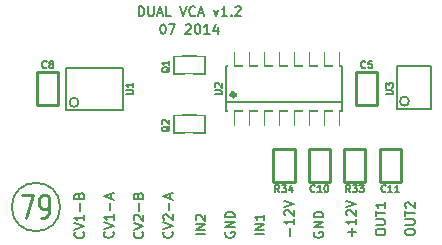
<source format=gto>
G04 (created by PCBNEW (2013-07-07 BZR 4022)-stable) date 2014-07-07 10:16:25 AM*
%MOIN*%
G04 Gerber Fmt 3.4, Leading zero omitted, Abs format*
%FSLAX34Y34*%
G01*
G70*
G90*
G04 APERTURE LIST*
%ADD10C,0.00590551*%
%ADD11C,0.00787402*%
%ADD12C,0.00984252*%
%ADD13C,0.006*%
%ADD14C,0.005*%
%ADD15C,0.015*%
%ADD16C,0.0026*%
%ADD17C,0.008*%
%ADD18C,0.01*%
%ADD19R,0.0118X0.0512*%
%ADD20R,0.0276X0.0394*%
%ADD21R,0.0236X0.0866*%
%ADD22R,0.045X0.032*%
G04 APERTURE END LIST*
G54D10*
G54D11*
X23248Y-47244D02*
G75*
G03X23248Y-47244I-807J0D01*
G74*
G01*
G54D12*
X21962Y-46834D02*
X22356Y-46834D01*
X22103Y-47621D01*
X22609Y-47621D02*
X22722Y-47621D01*
X22778Y-47584D01*
X22806Y-47546D01*
X22862Y-47434D01*
X22890Y-47284D01*
X22890Y-46984D01*
X22862Y-46909D01*
X22834Y-46871D01*
X22778Y-46834D01*
X22665Y-46834D01*
X22609Y-46871D01*
X22581Y-46909D01*
X22553Y-46984D01*
X22553Y-47171D01*
X22581Y-47246D01*
X22609Y-47284D01*
X22665Y-47321D01*
X22778Y-47321D01*
X22834Y-47284D01*
X22862Y-47246D01*
X22890Y-47171D01*
G54D13*
X31714Y-48078D02*
X31699Y-48108D01*
X31699Y-48154D01*
X31714Y-48200D01*
X31745Y-48230D01*
X31775Y-48246D01*
X31836Y-48261D01*
X31882Y-48261D01*
X31943Y-48246D01*
X31973Y-48230D01*
X32004Y-48200D01*
X32019Y-48154D01*
X32019Y-48124D01*
X32004Y-48078D01*
X31988Y-48063D01*
X31882Y-48063D01*
X31882Y-48124D01*
X32019Y-47926D02*
X31699Y-47926D01*
X32019Y-47743D01*
X31699Y-47743D01*
X32019Y-47590D02*
X31699Y-47590D01*
X31699Y-47514D01*
X31714Y-47468D01*
X31745Y-47438D01*
X31775Y-47423D01*
X31836Y-47407D01*
X31882Y-47407D01*
X31943Y-47423D01*
X31973Y-47438D01*
X32004Y-47468D01*
X32019Y-47514D01*
X32019Y-47590D01*
X28761Y-48078D02*
X28746Y-48108D01*
X28746Y-48154D01*
X28761Y-48200D01*
X28792Y-48230D01*
X28822Y-48246D01*
X28883Y-48261D01*
X28929Y-48261D01*
X28990Y-48246D01*
X29020Y-48230D01*
X29051Y-48200D01*
X29066Y-48154D01*
X29066Y-48124D01*
X29051Y-48078D01*
X29036Y-48063D01*
X28929Y-48063D01*
X28929Y-48124D01*
X29066Y-47926D02*
X28746Y-47926D01*
X29066Y-47743D01*
X28746Y-47743D01*
X29066Y-47590D02*
X28746Y-47590D01*
X28746Y-47514D01*
X28761Y-47468D01*
X28792Y-47438D01*
X28822Y-47423D01*
X28883Y-47407D01*
X28929Y-47407D01*
X28990Y-47423D01*
X29020Y-47438D01*
X29051Y-47468D01*
X29066Y-47514D01*
X29066Y-47590D01*
X30913Y-48201D02*
X30913Y-47957D01*
X31035Y-47637D02*
X31035Y-47820D01*
X31035Y-47729D02*
X30715Y-47729D01*
X30760Y-47759D01*
X30791Y-47790D01*
X30806Y-47820D01*
X30745Y-47515D02*
X30730Y-47500D01*
X30715Y-47470D01*
X30715Y-47393D01*
X30730Y-47363D01*
X30745Y-47348D01*
X30775Y-47333D01*
X30806Y-47333D01*
X30852Y-47348D01*
X31035Y-47531D01*
X31035Y-47333D01*
X30715Y-47241D02*
X31035Y-47134D01*
X30715Y-47028D01*
X32980Y-48201D02*
X32980Y-47957D01*
X33101Y-48079D02*
X32858Y-48079D01*
X33101Y-47637D02*
X33101Y-47820D01*
X33101Y-47729D02*
X32781Y-47729D01*
X32827Y-47759D01*
X32858Y-47790D01*
X32873Y-47820D01*
X32812Y-47515D02*
X32797Y-47500D01*
X32781Y-47470D01*
X32781Y-47393D01*
X32797Y-47363D01*
X32812Y-47348D01*
X32842Y-47333D01*
X32873Y-47333D01*
X32919Y-47348D01*
X33101Y-47531D01*
X33101Y-47333D01*
X32781Y-47241D02*
X33101Y-47134D01*
X32781Y-47028D01*
X33766Y-48110D02*
X33766Y-48049D01*
X33781Y-48018D01*
X33811Y-47988D01*
X33872Y-47973D01*
X33979Y-47973D01*
X34040Y-47988D01*
X34070Y-48018D01*
X34086Y-48049D01*
X34086Y-48110D01*
X34070Y-48140D01*
X34040Y-48171D01*
X33979Y-48186D01*
X33872Y-48186D01*
X33811Y-48171D01*
X33781Y-48140D01*
X33766Y-48110D01*
X33766Y-47835D02*
X34025Y-47835D01*
X34055Y-47820D01*
X34070Y-47805D01*
X34086Y-47774D01*
X34086Y-47713D01*
X34070Y-47683D01*
X34055Y-47668D01*
X34025Y-47653D01*
X33766Y-47653D01*
X33766Y-47546D02*
X33766Y-47363D01*
X34086Y-47454D02*
X33766Y-47454D01*
X34086Y-47089D02*
X34086Y-47272D01*
X34086Y-47180D02*
X33766Y-47180D01*
X33811Y-47211D01*
X33842Y-47241D01*
X33857Y-47272D01*
X34750Y-48110D02*
X34750Y-48049D01*
X34765Y-48018D01*
X34796Y-47988D01*
X34857Y-47973D01*
X34963Y-47973D01*
X35024Y-47988D01*
X35055Y-48018D01*
X35070Y-48049D01*
X35070Y-48110D01*
X35055Y-48140D01*
X35024Y-48171D01*
X34963Y-48186D01*
X34857Y-48186D01*
X34796Y-48171D01*
X34765Y-48140D01*
X34750Y-48110D01*
X34750Y-47835D02*
X35009Y-47835D01*
X35039Y-47820D01*
X35055Y-47805D01*
X35070Y-47774D01*
X35070Y-47713D01*
X35055Y-47683D01*
X35039Y-47668D01*
X35009Y-47653D01*
X34750Y-47653D01*
X34750Y-47546D02*
X34750Y-47363D01*
X35070Y-47454D02*
X34750Y-47454D01*
X34780Y-47272D02*
X34765Y-47256D01*
X34750Y-47226D01*
X34750Y-47150D01*
X34765Y-47119D01*
X34780Y-47104D01*
X34811Y-47089D01*
X34841Y-47089D01*
X34887Y-47104D01*
X35070Y-47287D01*
X35070Y-47089D01*
X30050Y-48154D02*
X29730Y-48154D01*
X30050Y-48002D02*
X29730Y-48002D01*
X30050Y-47819D01*
X29730Y-47819D01*
X30050Y-47499D02*
X30050Y-47682D01*
X30050Y-47590D02*
X29730Y-47590D01*
X29776Y-47621D01*
X29806Y-47651D01*
X29822Y-47682D01*
X28082Y-48154D02*
X27762Y-48154D01*
X28082Y-48002D02*
X27762Y-48002D01*
X28082Y-47819D01*
X27762Y-47819D01*
X27792Y-47682D02*
X27777Y-47667D01*
X27762Y-47636D01*
X27762Y-47560D01*
X27777Y-47529D01*
X27792Y-47514D01*
X27823Y-47499D01*
X27853Y-47499D01*
X27899Y-47514D01*
X28082Y-47697D01*
X28082Y-47499D01*
X26969Y-48065D02*
X26984Y-48080D01*
X26999Y-48126D01*
X26999Y-48156D01*
X26984Y-48202D01*
X26953Y-48232D01*
X26923Y-48247D01*
X26862Y-48263D01*
X26816Y-48263D01*
X26755Y-48247D01*
X26725Y-48232D01*
X26694Y-48202D01*
X26679Y-48156D01*
X26679Y-48126D01*
X26694Y-48080D01*
X26710Y-48065D01*
X26679Y-47973D02*
X26999Y-47866D01*
X26679Y-47760D01*
X26710Y-47668D02*
X26694Y-47653D01*
X26679Y-47623D01*
X26679Y-47546D01*
X26694Y-47516D01*
X26710Y-47501D01*
X26740Y-47486D01*
X26771Y-47486D01*
X26816Y-47501D01*
X26999Y-47684D01*
X26999Y-47486D01*
X26877Y-47348D02*
X26877Y-47105D01*
X26908Y-46967D02*
X26908Y-46815D01*
X26999Y-46998D02*
X26679Y-46891D01*
X26999Y-46785D01*
X25984Y-48087D02*
X26000Y-48103D01*
X26015Y-48148D01*
X26015Y-48179D01*
X26000Y-48225D01*
X25969Y-48255D01*
X25939Y-48270D01*
X25878Y-48286D01*
X25832Y-48286D01*
X25771Y-48270D01*
X25741Y-48255D01*
X25710Y-48225D01*
X25695Y-48179D01*
X25695Y-48148D01*
X25710Y-48103D01*
X25725Y-48087D01*
X25695Y-47996D02*
X26015Y-47889D01*
X25695Y-47783D01*
X25725Y-47691D02*
X25710Y-47676D01*
X25695Y-47646D01*
X25695Y-47569D01*
X25710Y-47539D01*
X25725Y-47524D01*
X25756Y-47508D01*
X25786Y-47508D01*
X25832Y-47524D01*
X26015Y-47706D01*
X26015Y-47508D01*
X25893Y-47371D02*
X25893Y-47127D01*
X25847Y-46868D02*
X25862Y-46823D01*
X25878Y-46807D01*
X25908Y-46792D01*
X25954Y-46792D01*
X25984Y-46807D01*
X26000Y-46823D01*
X26015Y-46853D01*
X26015Y-46975D01*
X25695Y-46975D01*
X25695Y-46868D01*
X25710Y-46838D01*
X25725Y-46823D01*
X25756Y-46807D01*
X25786Y-46807D01*
X25817Y-46823D01*
X25832Y-46838D01*
X25847Y-46868D01*
X25847Y-46975D01*
X25000Y-48065D02*
X25015Y-48080D01*
X25031Y-48126D01*
X25031Y-48156D01*
X25015Y-48202D01*
X24985Y-48232D01*
X24954Y-48247D01*
X24893Y-48263D01*
X24848Y-48263D01*
X24787Y-48247D01*
X24756Y-48232D01*
X24726Y-48202D01*
X24711Y-48156D01*
X24711Y-48126D01*
X24726Y-48080D01*
X24741Y-48065D01*
X24711Y-47973D02*
X25031Y-47866D01*
X24711Y-47760D01*
X25031Y-47486D02*
X25031Y-47668D01*
X25031Y-47577D02*
X24711Y-47577D01*
X24756Y-47607D01*
X24787Y-47638D01*
X24802Y-47668D01*
X24909Y-47348D02*
X24909Y-47105D01*
X24939Y-46967D02*
X24939Y-46815D01*
X25031Y-46998D02*
X24711Y-46891D01*
X25031Y-46785D01*
X24016Y-48087D02*
X24031Y-48103D01*
X24046Y-48148D01*
X24046Y-48179D01*
X24031Y-48225D01*
X24001Y-48255D01*
X23970Y-48270D01*
X23909Y-48286D01*
X23863Y-48286D01*
X23803Y-48270D01*
X23772Y-48255D01*
X23742Y-48225D01*
X23726Y-48179D01*
X23726Y-48148D01*
X23742Y-48103D01*
X23757Y-48087D01*
X23726Y-47996D02*
X24046Y-47889D01*
X23726Y-47783D01*
X24046Y-47508D02*
X24046Y-47691D01*
X24046Y-47600D02*
X23726Y-47600D01*
X23772Y-47630D01*
X23803Y-47661D01*
X23818Y-47691D01*
X23924Y-47371D02*
X23924Y-47127D01*
X23879Y-46868D02*
X23894Y-46823D01*
X23909Y-46807D01*
X23940Y-46792D01*
X23985Y-46792D01*
X24016Y-46807D01*
X24031Y-46823D01*
X24046Y-46853D01*
X24046Y-46975D01*
X23726Y-46975D01*
X23726Y-46868D01*
X23742Y-46838D01*
X23757Y-46823D01*
X23787Y-46807D01*
X23818Y-46807D01*
X23848Y-46823D01*
X23863Y-46838D01*
X23879Y-46868D01*
X23879Y-46975D01*
X26660Y-41148D02*
X26690Y-41148D01*
X26720Y-41163D01*
X26736Y-41178D01*
X26751Y-41209D01*
X26766Y-41270D01*
X26766Y-41346D01*
X26751Y-41407D01*
X26736Y-41437D01*
X26720Y-41452D01*
X26690Y-41468D01*
X26660Y-41468D01*
X26629Y-41452D01*
X26614Y-41437D01*
X26599Y-41407D01*
X26583Y-41346D01*
X26583Y-41270D01*
X26599Y-41209D01*
X26614Y-41178D01*
X26629Y-41163D01*
X26660Y-41148D01*
X26873Y-41148D02*
X27086Y-41148D01*
X26949Y-41468D01*
X27437Y-41178D02*
X27452Y-41163D01*
X27482Y-41148D01*
X27559Y-41148D01*
X27589Y-41163D01*
X27604Y-41178D01*
X27620Y-41209D01*
X27620Y-41239D01*
X27604Y-41285D01*
X27421Y-41468D01*
X27620Y-41468D01*
X27818Y-41148D02*
X27848Y-41148D01*
X27879Y-41163D01*
X27894Y-41178D01*
X27909Y-41209D01*
X27924Y-41270D01*
X27924Y-41346D01*
X27909Y-41407D01*
X27894Y-41437D01*
X27879Y-41452D01*
X27848Y-41468D01*
X27818Y-41468D01*
X27787Y-41452D01*
X27772Y-41437D01*
X27757Y-41407D01*
X27741Y-41346D01*
X27741Y-41270D01*
X27757Y-41209D01*
X27772Y-41178D01*
X27787Y-41163D01*
X27818Y-41148D01*
X28229Y-41468D02*
X28046Y-41468D01*
X28138Y-41468D02*
X28138Y-41148D01*
X28107Y-41193D01*
X28077Y-41224D01*
X28046Y-41239D01*
X28503Y-41254D02*
X28503Y-41468D01*
X28427Y-41132D02*
X28351Y-41361D01*
X28549Y-41361D01*
X25860Y-40877D02*
X25860Y-40557D01*
X25936Y-40557D01*
X25981Y-40572D01*
X26012Y-40603D01*
X26027Y-40633D01*
X26042Y-40694D01*
X26042Y-40740D01*
X26027Y-40801D01*
X26012Y-40831D01*
X25981Y-40862D01*
X25936Y-40877D01*
X25860Y-40877D01*
X26180Y-40557D02*
X26180Y-40816D01*
X26195Y-40847D01*
X26210Y-40862D01*
X26240Y-40877D01*
X26301Y-40877D01*
X26332Y-40862D01*
X26347Y-40847D01*
X26362Y-40816D01*
X26362Y-40557D01*
X26500Y-40786D02*
X26652Y-40786D01*
X26469Y-40877D02*
X26576Y-40557D01*
X26682Y-40877D01*
X26941Y-40877D02*
X26789Y-40877D01*
X26789Y-40557D01*
X27246Y-40557D02*
X27353Y-40877D01*
X27460Y-40557D01*
X27749Y-40847D02*
X27734Y-40862D01*
X27688Y-40877D01*
X27658Y-40877D01*
X27612Y-40862D01*
X27581Y-40831D01*
X27566Y-40801D01*
X27551Y-40740D01*
X27551Y-40694D01*
X27566Y-40633D01*
X27581Y-40603D01*
X27612Y-40572D01*
X27658Y-40557D01*
X27688Y-40557D01*
X27734Y-40572D01*
X27749Y-40588D01*
X27871Y-40786D02*
X28023Y-40786D01*
X27840Y-40877D02*
X27947Y-40557D01*
X28054Y-40877D01*
X28374Y-40664D02*
X28450Y-40877D01*
X28526Y-40664D01*
X28816Y-40877D02*
X28633Y-40877D01*
X28724Y-40877D02*
X28724Y-40557D01*
X28694Y-40603D01*
X28663Y-40633D01*
X28633Y-40648D01*
X28953Y-40847D02*
X28968Y-40862D01*
X28953Y-40877D01*
X28938Y-40862D01*
X28953Y-40847D01*
X28953Y-40877D01*
X29090Y-40588D02*
X29105Y-40572D01*
X29136Y-40557D01*
X29212Y-40557D01*
X29242Y-40572D01*
X29258Y-40588D01*
X29273Y-40618D01*
X29273Y-40648D01*
X29258Y-40694D01*
X29075Y-40877D01*
X29273Y-40877D01*
G54D11*
X34476Y-42559D02*
X35602Y-42559D01*
X35602Y-42559D02*
X35602Y-43976D01*
X35602Y-43976D02*
X34476Y-43976D01*
X34473Y-43967D02*
X34473Y-42567D01*
X34873Y-43717D02*
G75*
G03X34873Y-43717I-150J0D01*
G74*
G01*
G54D14*
X27059Y-44188D02*
X28084Y-44188D01*
X28084Y-44188D02*
X28084Y-44788D01*
X28084Y-44788D02*
X27059Y-44788D01*
X27059Y-44788D02*
X27059Y-44188D01*
X27059Y-42219D02*
X28084Y-42219D01*
X28084Y-42219D02*
X28084Y-42819D01*
X28084Y-42819D02*
X27059Y-42819D01*
X27059Y-42819D02*
X27059Y-42219D01*
G54D15*
X29071Y-43503D02*
G75*
G03X29071Y-43503I-55J0D01*
G74*
G01*
G54D16*
X28862Y-44527D02*
X29055Y-44527D01*
X29055Y-44527D02*
X29055Y-44094D01*
X28862Y-44094D02*
X29055Y-44094D01*
X28862Y-44527D02*
X28862Y-44094D01*
X29362Y-44527D02*
X29555Y-44527D01*
X29555Y-44527D02*
X29555Y-44094D01*
X29362Y-44094D02*
X29555Y-44094D01*
X29362Y-44527D02*
X29362Y-44094D01*
X29862Y-44527D02*
X30055Y-44527D01*
X30055Y-44527D02*
X30055Y-44094D01*
X29862Y-44094D02*
X30055Y-44094D01*
X29862Y-44527D02*
X29862Y-44094D01*
X30362Y-44527D02*
X30555Y-44527D01*
X30555Y-44527D02*
X30555Y-44094D01*
X30362Y-44094D02*
X30555Y-44094D01*
X30362Y-44527D02*
X30362Y-44094D01*
X31361Y-42520D02*
X31554Y-42520D01*
X31554Y-42520D02*
X31554Y-42087D01*
X31361Y-42087D02*
X31554Y-42087D01*
X31361Y-42520D02*
X31361Y-42087D01*
X30861Y-42520D02*
X31054Y-42520D01*
X31054Y-42520D02*
X31054Y-42087D01*
X30861Y-42087D02*
X31054Y-42087D01*
X30861Y-42520D02*
X30861Y-42087D01*
X30362Y-42520D02*
X30555Y-42520D01*
X30555Y-42520D02*
X30555Y-42087D01*
X30362Y-42087D02*
X30555Y-42087D01*
X30362Y-42520D02*
X30362Y-42087D01*
X29862Y-42520D02*
X30055Y-42520D01*
X30055Y-42520D02*
X30055Y-42087D01*
X29862Y-42087D02*
X30055Y-42087D01*
X29862Y-42520D02*
X29862Y-42087D01*
X30861Y-44527D02*
X31054Y-44527D01*
X31054Y-44527D02*
X31054Y-44094D01*
X30861Y-44094D02*
X31054Y-44094D01*
X30861Y-44527D02*
X30861Y-44094D01*
X31361Y-44527D02*
X31554Y-44527D01*
X31554Y-44527D02*
X31554Y-44094D01*
X31361Y-44094D02*
X31554Y-44094D01*
X31361Y-44527D02*
X31361Y-44094D01*
X31861Y-44527D02*
X32054Y-44527D01*
X32054Y-44527D02*
X32054Y-44094D01*
X31861Y-44094D02*
X32054Y-44094D01*
X31861Y-44527D02*
X31861Y-44094D01*
X32361Y-44527D02*
X32554Y-44527D01*
X32554Y-44527D02*
X32554Y-44094D01*
X32361Y-44094D02*
X32554Y-44094D01*
X32361Y-44527D02*
X32361Y-44094D01*
X32361Y-42520D02*
X32554Y-42520D01*
X32554Y-42520D02*
X32554Y-42087D01*
X32361Y-42087D02*
X32554Y-42087D01*
X32361Y-42520D02*
X32361Y-42087D01*
X31861Y-42520D02*
X32054Y-42520D01*
X32054Y-42520D02*
X32054Y-42087D01*
X31861Y-42087D02*
X32054Y-42087D01*
X31861Y-42520D02*
X31861Y-42087D01*
X29362Y-42520D02*
X29555Y-42520D01*
X29555Y-42520D02*
X29555Y-42087D01*
X29362Y-42087D02*
X29555Y-42087D01*
X29362Y-42520D02*
X29362Y-42087D01*
X28862Y-42520D02*
X29055Y-42520D01*
X29055Y-42520D02*
X29055Y-42087D01*
X28862Y-42087D02*
X29055Y-42087D01*
X28862Y-42520D02*
X28862Y-42087D01*
G54D17*
X32652Y-44055D02*
X28764Y-44055D01*
X28764Y-44055D02*
X28764Y-43858D01*
X28764Y-43858D02*
X28764Y-42559D01*
X28764Y-42559D02*
X32652Y-42559D01*
X32652Y-43759D02*
X28764Y-43759D01*
X32652Y-42559D02*
X32652Y-43858D01*
X32652Y-43858D02*
X32652Y-44055D01*
G54D18*
X33110Y-42755D02*
X33110Y-43858D01*
X33110Y-43858D02*
X33818Y-43858D01*
X33818Y-43858D02*
X33818Y-42755D01*
X33818Y-42755D02*
X33110Y-42755D01*
X32244Y-46417D02*
X32244Y-45314D01*
X32244Y-45314D02*
X31535Y-45314D01*
X31535Y-45314D02*
X31535Y-46417D01*
X31535Y-46417D02*
X32244Y-46417D01*
X33897Y-45314D02*
X33897Y-46417D01*
X33897Y-46417D02*
X34606Y-46417D01*
X34606Y-46417D02*
X34606Y-45314D01*
X34606Y-45314D02*
X33897Y-45314D01*
X32716Y-45314D02*
X32716Y-46417D01*
X32716Y-46417D02*
X33425Y-46417D01*
X33425Y-46417D02*
X33425Y-45314D01*
X33425Y-45314D02*
X32716Y-45314D01*
X30354Y-45314D02*
X30354Y-46417D01*
X30354Y-46417D02*
X31062Y-46417D01*
X31062Y-46417D02*
X31062Y-45314D01*
X31062Y-45314D02*
X30354Y-45314D01*
X23188Y-43858D02*
X23188Y-42755D01*
X23188Y-42755D02*
X22480Y-42755D01*
X22480Y-42755D02*
X22480Y-43858D01*
X22480Y-43858D02*
X23188Y-43858D01*
G54D17*
X23459Y-42607D02*
X25359Y-42607D01*
X25359Y-42607D02*
X25359Y-44007D01*
X25359Y-44007D02*
X23459Y-44007D01*
X23459Y-44007D02*
X23459Y-42607D01*
X23859Y-43757D02*
G75*
G03X23859Y-43757I-149J0D01*
G74*
G01*
G54D13*
X34109Y-43489D02*
X34303Y-43489D01*
X34326Y-43478D01*
X34337Y-43467D01*
X34349Y-43444D01*
X34349Y-43398D01*
X34337Y-43375D01*
X34326Y-43364D01*
X34303Y-43352D01*
X34109Y-43352D01*
X34109Y-43261D02*
X34109Y-43112D01*
X34200Y-43192D01*
X34200Y-43158D01*
X34211Y-43135D01*
X34223Y-43124D01*
X34246Y-43112D01*
X34303Y-43112D01*
X34326Y-43124D01*
X34337Y-43135D01*
X34349Y-43158D01*
X34349Y-43227D01*
X34337Y-43249D01*
X34326Y-43261D01*
X26892Y-44550D02*
X26880Y-44572D01*
X26857Y-44595D01*
X26823Y-44630D01*
X26812Y-44652D01*
X26812Y-44675D01*
X26869Y-44664D02*
X26857Y-44687D01*
X26834Y-44710D01*
X26789Y-44721D01*
X26709Y-44721D01*
X26663Y-44710D01*
X26640Y-44687D01*
X26629Y-44664D01*
X26629Y-44618D01*
X26640Y-44595D01*
X26663Y-44572D01*
X26709Y-44561D01*
X26789Y-44561D01*
X26834Y-44572D01*
X26857Y-44595D01*
X26869Y-44618D01*
X26869Y-44664D01*
X26652Y-44470D02*
X26640Y-44458D01*
X26629Y-44435D01*
X26629Y-44378D01*
X26640Y-44355D01*
X26652Y-44344D01*
X26674Y-44332D01*
X26697Y-44332D01*
X26732Y-44344D01*
X26869Y-44481D01*
X26869Y-44332D01*
X26892Y-42581D02*
X26880Y-42604D01*
X26857Y-42627D01*
X26823Y-42661D01*
X26812Y-42684D01*
X26812Y-42707D01*
X26869Y-42695D02*
X26857Y-42718D01*
X26834Y-42741D01*
X26789Y-42752D01*
X26709Y-42752D01*
X26663Y-42741D01*
X26640Y-42718D01*
X26629Y-42695D01*
X26629Y-42650D01*
X26640Y-42627D01*
X26663Y-42604D01*
X26709Y-42592D01*
X26789Y-42592D01*
X26834Y-42604D01*
X26857Y-42627D01*
X26869Y-42650D01*
X26869Y-42695D01*
X26869Y-42364D02*
X26869Y-42501D01*
X26869Y-42432D02*
X26629Y-42432D01*
X26663Y-42455D01*
X26686Y-42478D01*
X26697Y-42501D01*
X28400Y-43489D02*
X28594Y-43489D01*
X28617Y-43478D01*
X28629Y-43467D01*
X28640Y-43444D01*
X28640Y-43398D01*
X28629Y-43375D01*
X28617Y-43364D01*
X28594Y-43352D01*
X28400Y-43352D01*
X28423Y-43249D02*
X28411Y-43238D01*
X28400Y-43215D01*
X28400Y-43158D01*
X28411Y-43135D01*
X28423Y-43124D01*
X28446Y-43112D01*
X28469Y-43112D01*
X28503Y-43124D01*
X28640Y-43261D01*
X28640Y-43112D01*
X33424Y-42593D02*
X33413Y-42605D01*
X33378Y-42616D01*
X33355Y-42616D01*
X33321Y-42605D01*
X33298Y-42582D01*
X33287Y-42559D01*
X33275Y-42513D01*
X33275Y-42479D01*
X33287Y-42433D01*
X33298Y-42411D01*
X33321Y-42388D01*
X33355Y-42376D01*
X33378Y-42376D01*
X33413Y-42388D01*
X33424Y-42399D01*
X33641Y-42376D02*
X33527Y-42376D01*
X33515Y-42491D01*
X33527Y-42479D01*
X33550Y-42468D01*
X33607Y-42468D01*
X33630Y-42479D01*
X33641Y-42491D01*
X33653Y-42513D01*
X33653Y-42571D01*
X33641Y-42593D01*
X33630Y-42605D01*
X33607Y-42616D01*
X33550Y-42616D01*
X33527Y-42605D01*
X33515Y-42593D01*
X31735Y-46727D02*
X31724Y-46739D01*
X31689Y-46750D01*
X31666Y-46750D01*
X31632Y-46739D01*
X31609Y-46716D01*
X31598Y-46693D01*
X31586Y-46647D01*
X31586Y-46613D01*
X31598Y-46567D01*
X31609Y-46544D01*
X31632Y-46522D01*
X31666Y-46510D01*
X31689Y-46510D01*
X31724Y-46522D01*
X31735Y-46533D01*
X31964Y-46750D02*
X31826Y-46750D01*
X31895Y-46750D02*
X31895Y-46510D01*
X31872Y-46544D01*
X31849Y-46567D01*
X31826Y-46579D01*
X32112Y-46510D02*
X32135Y-46510D01*
X32158Y-46522D01*
X32169Y-46533D01*
X32181Y-46556D01*
X32192Y-46602D01*
X32192Y-46659D01*
X32181Y-46704D01*
X32169Y-46727D01*
X32158Y-46739D01*
X32135Y-46750D01*
X32112Y-46750D01*
X32089Y-46739D01*
X32078Y-46727D01*
X32066Y-46704D01*
X32055Y-46659D01*
X32055Y-46602D01*
X32066Y-46556D01*
X32078Y-46533D01*
X32089Y-46522D01*
X32112Y-46510D01*
X34097Y-46727D02*
X34086Y-46739D01*
X34051Y-46750D01*
X34029Y-46750D01*
X33994Y-46739D01*
X33971Y-46716D01*
X33960Y-46693D01*
X33949Y-46647D01*
X33949Y-46613D01*
X33960Y-46567D01*
X33971Y-46544D01*
X33994Y-46522D01*
X34029Y-46510D01*
X34051Y-46510D01*
X34086Y-46522D01*
X34097Y-46533D01*
X34326Y-46750D02*
X34189Y-46750D01*
X34257Y-46750D02*
X34257Y-46510D01*
X34234Y-46544D01*
X34211Y-46567D01*
X34189Y-46579D01*
X34554Y-46750D02*
X34417Y-46750D01*
X34486Y-46750D02*
X34486Y-46510D01*
X34463Y-46544D01*
X34440Y-46567D01*
X34417Y-46579D01*
X32916Y-46750D02*
X32836Y-46636D01*
X32779Y-46750D02*
X32779Y-46510D01*
X32870Y-46510D01*
X32893Y-46522D01*
X32905Y-46533D01*
X32916Y-46556D01*
X32916Y-46590D01*
X32905Y-46613D01*
X32893Y-46624D01*
X32870Y-46636D01*
X32779Y-46636D01*
X32996Y-46510D02*
X33145Y-46510D01*
X33065Y-46602D01*
X33099Y-46602D01*
X33122Y-46613D01*
X33133Y-46624D01*
X33145Y-46647D01*
X33145Y-46704D01*
X33133Y-46727D01*
X33122Y-46739D01*
X33099Y-46750D01*
X33030Y-46750D01*
X33008Y-46739D01*
X32996Y-46727D01*
X33225Y-46510D02*
X33373Y-46510D01*
X33293Y-46602D01*
X33328Y-46602D01*
X33350Y-46613D01*
X33362Y-46624D01*
X33373Y-46647D01*
X33373Y-46704D01*
X33362Y-46727D01*
X33350Y-46739D01*
X33328Y-46750D01*
X33259Y-46750D01*
X33236Y-46739D01*
X33225Y-46727D01*
X30554Y-46750D02*
X30474Y-46636D01*
X30417Y-46750D02*
X30417Y-46510D01*
X30508Y-46510D01*
X30531Y-46522D01*
X30542Y-46533D01*
X30554Y-46556D01*
X30554Y-46590D01*
X30542Y-46613D01*
X30531Y-46624D01*
X30508Y-46636D01*
X30417Y-46636D01*
X30634Y-46510D02*
X30782Y-46510D01*
X30702Y-46602D01*
X30737Y-46602D01*
X30760Y-46613D01*
X30771Y-46624D01*
X30782Y-46647D01*
X30782Y-46704D01*
X30771Y-46727D01*
X30760Y-46739D01*
X30737Y-46750D01*
X30668Y-46750D01*
X30645Y-46739D01*
X30634Y-46727D01*
X30988Y-46590D02*
X30988Y-46750D01*
X30931Y-46499D02*
X30874Y-46670D01*
X31022Y-46670D01*
X22794Y-42593D02*
X22783Y-42605D01*
X22748Y-42616D01*
X22726Y-42616D01*
X22691Y-42605D01*
X22668Y-42582D01*
X22657Y-42559D01*
X22646Y-42513D01*
X22646Y-42479D01*
X22657Y-42433D01*
X22668Y-42411D01*
X22691Y-42388D01*
X22726Y-42376D01*
X22748Y-42376D01*
X22783Y-42388D01*
X22794Y-42399D01*
X22931Y-42479D02*
X22908Y-42468D01*
X22897Y-42456D01*
X22886Y-42433D01*
X22886Y-42422D01*
X22897Y-42399D01*
X22908Y-42388D01*
X22931Y-42376D01*
X22977Y-42376D01*
X23000Y-42388D01*
X23011Y-42399D01*
X23023Y-42422D01*
X23023Y-42433D01*
X23011Y-42456D01*
X23000Y-42468D01*
X22977Y-42479D01*
X22931Y-42479D01*
X22908Y-42491D01*
X22897Y-42502D01*
X22886Y-42525D01*
X22886Y-42571D01*
X22897Y-42593D01*
X22908Y-42605D01*
X22931Y-42616D01*
X22977Y-42616D01*
X23000Y-42605D01*
X23011Y-42593D01*
X23023Y-42571D01*
X23023Y-42525D01*
X23011Y-42502D01*
X23000Y-42491D01*
X22977Y-42479D01*
X25447Y-43489D02*
X25641Y-43489D01*
X25664Y-43478D01*
X25676Y-43467D01*
X25687Y-43444D01*
X25687Y-43398D01*
X25676Y-43375D01*
X25664Y-43364D01*
X25641Y-43352D01*
X25447Y-43352D01*
X25687Y-43112D02*
X25687Y-43249D01*
X25687Y-43181D02*
X25447Y-43181D01*
X25481Y-43204D01*
X25504Y-43227D01*
X25516Y-43249D01*
%LPC*%
G54D19*
X34663Y-44367D03*
X34913Y-44367D03*
X35173Y-44367D03*
X35423Y-44367D03*
X35423Y-42167D03*
X35168Y-42167D03*
X34913Y-42167D03*
X34658Y-42167D03*
G54D20*
X27559Y-44988D03*
X27184Y-43988D03*
X27934Y-43988D03*
X27559Y-43019D03*
X27184Y-42019D03*
X27934Y-42019D03*
G54D21*
X28958Y-44330D03*
X29458Y-44330D03*
X29958Y-44330D03*
X30458Y-44330D03*
X30958Y-44330D03*
X31458Y-44330D03*
X31958Y-44330D03*
X32458Y-44330D03*
X32458Y-42284D03*
X31958Y-42284D03*
X31458Y-42284D03*
X30958Y-42284D03*
X30458Y-42284D03*
X29958Y-42284D03*
X29458Y-42284D03*
X28958Y-42284D03*
G54D22*
X33464Y-42972D03*
X33464Y-43642D03*
X31889Y-46201D03*
X31889Y-45531D03*
X34251Y-45531D03*
X34251Y-46201D03*
X33070Y-45531D03*
X33070Y-46201D03*
X30708Y-45531D03*
X30708Y-46201D03*
X22834Y-43642D03*
X22834Y-42972D03*
G54D19*
X23649Y-44407D03*
X23899Y-44407D03*
X24159Y-44407D03*
X24409Y-44407D03*
X24669Y-44407D03*
X24924Y-44407D03*
X25179Y-44407D03*
X25179Y-42207D03*
X24924Y-42207D03*
X24669Y-42207D03*
X24409Y-42207D03*
X24154Y-42207D03*
X23899Y-42207D03*
X23644Y-42207D03*
M02*

</source>
